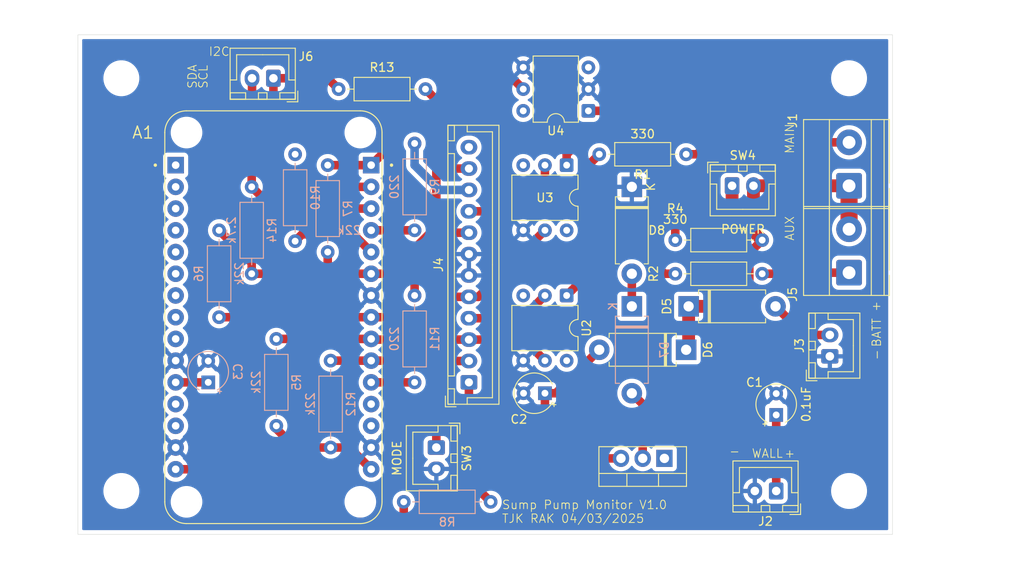
<source format=kicad_pcb>
(kicad_pcb (version 20241229) (generator "pcbnew") (generator_version "9.0")
  (layers (0 "F.Cu" signal) (2 "B.Cu" signal) (13 "F.Paste" user) (15 "B.Paste" user) (5 "F.SilkS" user "F.Silkscreen") (7 "B.SilkS" user "B.Silkscreen") (1 "F.Mask" user) (3 "B.Mask" user) (25 "Edge.Cuts" user))
  (net 0 "")
  (net 14 "Power_Failure")
  (net 15 "Vin")
  (net 16 "Net-(A1B-D8)")
  (net 17 "Net-(A1B-D1)")
  (net 18 "+3.3V")
  (net 19 "Mode")
  (net 20 "GND")
  (net 21 "Net-(A1B-D2)")
  (net 22 "Aux_Input")
  (net 23 "Main_Input")
  (net 24 "LED_6V")
  (net 31 "Net-(R4-Pad2)")
  (net 32 "Net-(D6-A)")
  (net 33 "Net-(D5-A)")
  (net 34 "Net-(D7-A)")
  (net 35 "Net-(D7-K)")
  (net 36 "Net-(J1-Pin_2)")
  (net 37 "Net-(J5-Pin_1)")
  (net 38 "Net-(D5-K)")
  (net 39 "Net-(A1B-D4)")
  (net 40 "LED_GREEN")
  (net 41 "LED_YELLOW")
  (net 42 "LED_BLUE")
  (net 43 "Net-(J2-Pin_1)")
  (net 44 "LED_AUX")
  (net 45 "Net-(R1-Pad2)")
  (net 46 "Net-(R2-Pad2)")
  (net 47 "LED_MAIN")
  (net 48 "Net-(A1B-D3)")
  (footprint "TerminalBlock_Phoenix:TerminalBlock_Phoenix_MKDS-1,5-2-5.08_1x02_P5.08mm_Horizontal" (layer "F.Cu") (at 208.28 48.13411 90)
    (property "Reference" "J5" (at -2.54 -6.604 90) (layer "F.SilkS"))
    (property "Value" "Aux Input")
    (pad "1" thru_hole roundrect (at 0 0 90) (size 3 3) (drill 1.5) (layers "*.Cu" "*.Mask") (roundrect_rratio 0.096154) (net 37 "Net-(J5-Pin_1)"))
    (pad "2" thru_hole circle (at 5.08 0 90) (size 3 3) (drill 1.5) (layers "*.Cu" "*.Mask") (net 15 "Vin"))
  )
  (footprint "Package_DIP:DIP-6_W7.62mm" (layer "F.Cu") (at 175.26 50.8 -90)
    (property "Reference" "U2" (at 3.81 -2.33 90) (layer "F.SilkS"))
    (property "Value" "4N25")
    (pad "1" thru_hole roundrect (at 0 0 270) (size 1.6 1.6) (drill 0.8) (layers "*.Cu" "*.Mask") (roundrect_rratio 0.15625) (net 45 "Net-(R1-Pad2)"))
    (pad "2" thru_hole circle (at 0 2.54 270) (size 1.6 1.6) (drill 0.8) (layers "*.Cu" "*.Mask") (net 47 "LED_MAIN"))
    (pad "3" thru_hole circle (at 0 5.08 270) (size 1.6 1.6) (drill 0.8) (layers "*.Cu" "*.Mask"))
    (pad "4" thru_hole circle (at 7.62 5.08 270) (size 1.6 1.6) (drill 0.8) (layers "*.Cu" "*.Mask") (net 20 "GND"))
    (pad "5" thru_hole circle (at 7.62 2.54 270) (size 1.6 1.6) (drill 0.8) (layers "*.Cu" "*.Mask") (net 23 "Main_Input"))
    (pad "6" thru_hole circle (at 7.62 0 270) (size 1.6 1.6) (drill 0.8) (layers "*.Cu" "*.Mask"))
  )
  (footprint "Capacitor_THT:CP_Radial_Tantal_D4.5mm_P2.50mm" (layer "F.Cu") (at 172.72 62.23 180)
    (property "Reference" "C2" (at 3.048 -3.048 0) (layer "F.SilkS"))
    (property "Value" "1uF")
    (pad "1" thru_hole rect (at 0 0 180) (size 1.6 1.6) (drill 0.8) (layers "*.Cu" "*.Mask") (net 32 "Net-(D6-A)"))
    (pad "2" thru_hole circle (at 2.5 0 180) (size 1.6 1.6) (drill 0.8) (layers "*.Cu" "*.Mask") (net 20 "GND"))
  )
  (footprint "Connector_JST:JST_XH_B2B-XH-A_1x02_P2.50mm_Vertical" (layer "F.Cu") (at 199.761566 73.66 180)
    (property "Reference" "J2" (at 1.25 -3.55 0) (layer "F.SilkS"))
    (property "Value" "Wall Power")
    (pad "1" thru_hole roundrect (at 0 0 180) (size 1.7 2) (drill 1) (layers "*.Cu" "*.Mask") (roundrect_rratio 0.147059) (net 43 "Net-(J2-Pin_1)"))
    (pad "2" thru_hole oval (at 2.5 0 180) (size 1.7 2) (drill 1) (layers "*.Cu" "*.Mask") (net 20 "GND"))
  )
  (footprint "MountingHole:MountingHole_3.7mm" (layer "F.Cu") (at 208.28 73.66)
    (property "Reference" "H2" (hide yes))
    (property "Value" "MountingHole")
    (pad "" np_thru_hole circle (at 0 0) (size 3.7 3.7) (drill 3.7) (layers "*.Cu" "*.Mask"))
  )
  (footprint "Resistor_THT:R_Axial_DIN0207_L6.3mm_D2.5mm_P10.16mm_Horizontal" (layer "F.Cu") (at 198.12 48.26 180)
    (property "Reference" "R2" (at 12.7 0 90) (layer "F.SilkS"))
    (property "Value" "330" (at 10.16 6.35 180) (layer "F.SilkS"))
    (pad "1" thru_hole circle (at 0 0 180) (size 1.6 1.6) (drill 0.8) (layers "*.Cu" "*.Mask") (net 37 "Net-(J5-Pin_1)"))
    (pad "2" thru_hole oval (at 10.16 0 180) (size 1.6 1.6) (drill 0.8) (layers "*.Cu" "*.Mask") (net 46 "Net-(R2-Pad2)"))
  )
  (footprint "TerminalBlock_Phoenix:TerminalBlock_Phoenix_MKDS-1,5-2-5.08_1x02_P5.08mm_Horizontal" (layer "F.Cu") (at 208.28 37.97411 90)
    (property "Reference" "J1" (at 7.62 -6.604 90) (layer "F.SilkS"))
    (property "Value" "Main Input")
    (pad "1" thru_hole roundrect (at 0 0 90) (size 3 3) (drill 1.5) (layers "*.Cu" "*.Mask") (roundrect_rratio 0.096154) (net 15 "Vin"))
    (pad "2" thru_hole circle (at 5.08 0 90) (size 3 3) (drill 1.5) (layers "*.Cu" "*.Mask") (net 36 "Net-(J1-Pin_2)"))
  )
  (footprint "Package_DIP:DIP-6_W7.62mm" (layer "F.Cu") (at 177.8 29.21 180)
    (property "Reference" "U4" (at 3.81 -2.33 0) (layer "F.SilkS"))
    (property "Value" "4N25")
    (pad "1" thru_hole roundrect (at 0 0 180) (size 1.6 1.6) (drill 0.8) (layers "*.Cu" "*.Mask") (roundrect_rratio 0.15625) (net 31 "Net-(R4-Pad2)"))
    (pad "2" thru_hole circle (at 0 2.54 180) (size 1.6 1.6) (drill 0.8) (layers "*.Cu" "*.Mask") (net 20 "GND"))
    (pad "3" thru_hole circle (at 0 5.08 180) (size 1.6 1.6) (drill 0.8) (layers "*.Cu" "*.Mask"))
    (pad "4" thru_hole circle (at 7.62 5.08 180) (size 1.6 1.6) (drill 0.8) (layers "*.Cu" "*.Mask") (net 20 "GND"))
    (pad "5" thru_hole circle (at 7.62 2.54 180) (size 1.6 1.6) (drill 0.8) (layers "*.Cu" "*.Mask") (net 14 "Power_Failure"))
    (pad "6" thru_hole circle (at 7.62 0 180) (size 1.6 1.6) (drill 0.8) (layers "*.Cu" "*.Mask"))
  )
  (footprint "MountingHole:MountingHole_3.7mm" (layer "F.Cu") (at 208.28 25.4)
    (property "Reference" "H1" (hide yes))
    (property "Value" "MountingHole")
    (pad "" np_thru_hole circle (at 0 0) (size 3.7 3.7) (drill 3.7) (layers "*.Cu" "*.Mask"))
  )
  (footprint "MountingHole:MountingHole_3.7mm" (layer "F.Cu") (at 123.19 25.4)
    (property "Reference" "H3" (hide yes))
    (property "Value" "MountingHole")
    (pad "" np_thru_hole circle (at 0 0) (size 3.7 3.7) (drill 3.7) (layers "*.Cu" "*.Mask"))
  )
  (footprint "Connector_JST:JST_XH_B2B-XH-A_1x02_P2.50mm_Vertical" (layer "F.Cu") (at 206.031821 57.915519 90)
    (property "Reference" "J3" (at 1.25 -3.55 90) (layer "F.SilkS"))
    (property "Value" "Battery")
    (pad "1" thru_hole roundrect (at 0 0 90) (size 1.7 2) (drill 1) (layers "*.Cu" "*.Mask") (roundrect_rratio 0.147059) (net 20 "GND"))
    (pad "2" thru_hole oval (at 2.5 0 90) (size 1.7 2) (drill 1) (layers "*.Cu" "*.Mask") (net 33 "Net-(D5-A)"))
  )
  (footprint "Diode_THT:D_DO-15_P10.16mm_Horizontal" (layer "F.Cu") (at 182.88 38.1 -90)
    (property "Reference" "D8" (at 5.08 -2.92 0) (layer "F.SilkS"))
    (property "Value" "D" (hide yes))
    (fp_text user "K" (at 0 -2.2 90) (layer "F.SilkS"))
    (pad "1" thru_hole rect (at 0 0 270) (size 2.4 2.4) (drill 1.2) (layers "*.Cu" "*.Mask") (net 20 "GND"))
    (pad "2" thru_hole oval (at 10.16 0 270) (size 2.4 2.4) (drill 1.2) (layers "*.Cu" "*.Mask") (net 35 "Net-(D7-K)"))
  )
  (footprint "Capacitor_THT:CP_Radial_Tantal_D4.5mm_P2.50mm" (layer "F.Cu") (at 199.761566 64.77 90)
    (property "Reference" "C1" (at 3.81 -2.54 0) (layer "F.SilkS"))
    (property "Value" "0.1uF" (at 1.25 3.5 90) (layer "F.SilkS"))
    (pad "1" thru_hole rect (at 0 0 90) (size 1.6 1.6) (drill 0.8) (layers "*.Cu" "*.Mask") (net 43 "Net-(J2-Pin_1)"))
    (pad "2" thru_hole circle (at 2.5 0 90) (size 1.6 1.6) (drill 0.8) (layers "*.Cu" "*.Mask") (net 20 "GND"))
  )
  (footprint "Connector_JST:JST_XH_B2B-XH-A_1x02_P2.50mm_Vertical" (layer "F.Cu") (at 160.02 68.58 -90)
    (property "Reference" "SW3" (at 1.25 -3.55 90) (layer "F.SilkS"))
    (property "Value" "MODE" (at 1.25 4.6 90) (layer "F.SilkS"))
    (pad "1" thru_hole roundrect (at 0 0 270) (size 1.7 2) (drill 1) (layers "*.Cu" "*.Mask") (roundrect_rratio 0.147059) (net 19 "Mode"))
    (pad "2" thru_hole oval (at 2.5 0 270) (size 1.7 2) (drill 1) (layers "*.Cu" "*.Mask") (net 20 "GND"))
  )
  (footprint "Resistor_THT:R_Axial_DIN0207_L6.3mm_D2.5mm_P10.16mm_Horizontal" (layer "F.Cu") (at 198.12 44.32411 180)
    (property "Reference" "R4" (at 10.16 3.68411 0) (layer "F.SilkS"))
    (property "Value" "330")
    (pad "1" thru_hole circle (at 0 0 180) (size 1.6 1.6) (drill 0.8) (layers "*.Cu" "*.Mask") (net 15 "Vin"))
    (pad "2" thru_hole oval (at 10.16 0 180) (size 1.6 1.6) (drill 0.8) (layers "*.Cu" "*.Mask") (net 31 "Net-(R4-Pad2)"))
  )
  (footprint "Connector_JST:JST_XH_B2B-XH-A_1x02_P2.50mm_Vertical" (layer "F.Cu") (at 194.601821 37.97411)
    (property "Reference" "SW4" (at 1.25 -3.55 0) (layer "F.SilkS"))
    (property "Value" "POWER" (at 1.27 5.08 0) (layer "F.SilkS"))
    (pad "1" thru_hole roundrect (at 0 0) (size 1.7 2) (drill 1) (layers "*.Cu" "*.Mask") (roundrect_rratio 0.147059) (net 38 "Net-(D5-K)"))
    (pad "2" thru_hole oval (at 2.5 0) (size 1.7 2) (drill 1) (layers "*.Cu" "*.Mask") (net 15 "Vin"))
  )
  (footprint "Package_TO_SOT_THT:TO-220-3_Vertical" (layer "F.Cu") (at 186.69 69.85 180)
    (property "Reference" "U1" (hide yes))
    (property "Value" "L7805")
    (pad "1" thru_hole rect (at 0 0 180) (size 1.905 2) (drill 1.1) (layers "*.Cu" "*.Mask") (net 43 "Net-(J2-Pin_1)"))
    (pad "2" thru_hole oval (at 2.54 0 180) (size 1.905 2) (drill 1.1) (layers "*.Cu" "*.Mask") (net 34 "Net-(D7-A)"))
    (pad "3" thru_hole oval (at 5.08 0 180) (size 1.905 2) (drill 1.1) (layers "*.Cu" "*.Mask") (net 32 "Net-(D6-A)"))
  )
  (footprint "Resistor_THT:R_Axial_DIN0207_L6.3mm_D2.5mm_P10.16mm_Horizontal" (layer "F.Cu") (at 158.75 26.67 180)
    (property "Reference" "R13" (at 5.08 2.54 0) (layer "F.SilkS"))
    (property "Value" "2.7k")
    (pad "1" thru_hole circle (at 0 0 180) (size 1.6 1.6) (drill 0.8) (layers "*.Cu" "*.Mask") (net 18 "+3.3V"))
    (pad "2" thru_hole oval (at 10.16 0 180) (size 1.6 1.6) (drill 0.8) (layers "*.Cu" "*.Mask") (net 17 "Net-(A1B-D1)"))
  )
  (footprint "NodeMcu:SEEED_113990105" (layer "F.Cu") (at 140.97 53.34)
    (property "Reference" "A1" (at -15.24 -21.59 0) (layer "F.SilkS") (effects (font (size 1.4 1.4))))
    (property "Value" "113990105")
    (pad "" np_thru_hole circle (at -10.16 -21.59) (size 3.2 3.2) (drill 3.2) (layers "*.Cu" "*.Mask"))
    (pad "" np_thru_hole circle (at -10.16 21.59) (size 3.2 3.2) (drill 3.2) (layers "*.Cu" "*.Mask"))
    (pad "" np_thru_hole circle (at 10.16 -21.59) (size 3.2 3.2) (drill 3.2) (layers "*.Cu" "*.Mask"))
    (pad "" np_thru_hole circle (at 10.16 21.59) (size 3.2 3.2) (drill 3.2) (layers "*.Cu" "*.Mask"))
    (pad "J1_1" thru_hole rect (at -11.43 -17.78) (size 1.93 1.93) (drill 0.889) (layers "*.Cu" "*.Mask"))
    (pad "J1_2" thru_hole circle (at -11.43 -15.24) (size 1.93 1.93) (drill 0.889) (layers "*.Cu" "*.Mask"))
    (pad "J1_3" thru_hole circle (at -11.43 -12.7) (size 1.93 1.93) (drill 0.889) (layers "*.Cu" "*.Mask"))
    (pad "J1_4" thru_hole circle (at -11.43 -10.16) (size 1.93 1.93) (drill 0.889) (layers "*.Cu" "*.Mask"))
    (pad "J1_5" thru_hole circle (at -11.43 -7.62) (size 1.93 1.93) (drill 0.889) (layers "*.Cu" "*.Mask"))
    (pad "J1_6" thru_hole circle (at -11.43 -5.08) (size 1.93 1.93) (drill 0.889) (layers "*.Cu" "*.Mask"))
    (pad "J1_7" thru_hole circle (at -11.43 -2.54) (size 1.93 1.93) (drill 0.889) (layers "*.Cu" "*.Mask"))
    (pad "J1_8" thru_hole circle (at -11.43 0) (size 1.93 1.93) (drill 0.889) (layers "*.Cu" "*.Mask"))
    (pad "J1_9" thru_hole circle (at -11.43 2.54) (size 1.93 1.93) (drill 0.889) (layers "*.Cu" "*.Mask"))
    (pad "J1_10" thru_hole circle (at -11.43 5.08) (size 1.93 1.93) (drill 0.889) (layers "*.Cu" "*.Mask") (net 20 "GND"))
    (pad "J1_11" thru_hole circle (at -11.43 7.62) (size 1.93 1.93) (drill 0.889) (layers "*.Cu" "*.Mask") (net 18 "+3.3V"))
    (pad "J1_12" thru_hole circle (at -11.43 10.16) (size 1.93 1.93) (drill 0.889) (layers "*.Cu" "*.Mask"))
    (pad "J1_13" thru_hole circle (at -11.43 12.7) (size 1.93 1.93) (drill 0.889) (layers "*.Cu" "*.Mask"))
    (pad "J1_14" thru_hole circle (at -11.43 15.24) (size 1.93 1.93) (drill 0.889) (layers "*.Cu" "*.Mask") (net 20 "GND"))
    (pad "J1_15" thru_hole circle (at -11.43 17.78) (size 1.93 1.93) (drill 0.889) (layers "*.Cu" "*.Mask") (net 15 "Vin"))
    (pad "J2_1" thru_hole rect (at 11.43 -17.78) (size 1.93 1.93) (drill 0.889) (layers "*.Cu" "*.Mask") (net 14 "Power_Failure"))
    (pad "J2_2" thru_hole circle (at 11.43 -15.24) (size 1.93 1.93) (drill 0.889) (layers "*.Cu" "*.Mask") (net 17 "Net-(A1B-D1)"))
    (pad "J2_3" thru_hole circle (at 11.43 -12.7) (size 1.93 1.93) (drill 0.889) (layers "*.Cu" "*.Mask") (net 21 "Net-(A1B-D2)"))
    (pad "J2_4" thru_hole circle (at 11.43 -10.16) (size 1.93 1.93) (drill 0.889) (layers "*.Cu" "*.Mask") (net 48 "Net-(A1B-D3)"))
    (pad "J2_5" thru_hole circle (at 11.43 -7.62) (size 1.93 1.93) (drill 0.889) (layers "*.Cu" "*.Mask") (net 39 "Net-(A1B-D4)"))
    (pad "J2_6" thru_hole circle (at 11.43 -5.08) (size 1.93 1.93) (drill 0.889) (layers "*.Cu" "*.Mask") (net 18 "+3.3V"))
    (pad "J2_7" thru_hole circle (at 11.43 -2.54) (size 1.93 1.93) (drill 0.889) (layers "*.Cu" "*.Mask") (net 20 "GND"))
    (pad "J2_8" thru_hole circle (at 11.43 0) (size 1.93 1.93) (drill 0.889) (layers "*.Cu" "*.Mask") (net 22 "Aux_Input"))
    (pad "J2_9" thru_hole circle (at 11.43 2.54) (size 1.93 1.93) (drill 0.889) (layers "*.Cu" "*.Mask") (net 23 "Main_Input"))
    (pad "J2_10" thru_hole circle (at 11.43 5.08) (size 1.93 1.93) (drill 0.889) (layers "*.Cu" "*.Mask") (net 19 "Mode"))
    (pad "J2_11" thru_hole circle (at 11.43 7.62) (size 1.93 1.93) (drill 0.889) (layers "*.Cu" "*.Mask") (net 16 "Net-(A1B-D8)"))
    (pad "J2_12" thru_hole circle (at 11.43 10.16) (size 1.93 1.93) (drill 0.889) (layers "*.Cu" "*.Mask"))
    (pad "J2_13" thru_hole circle (at 11.43 12.7) (size 1.93 1.93) (drill 0.889) (layers "*.Cu" "*.Mask"))
    (pad "J2_14" thru_hole circle (at 11.43 15.24) (size 1.93 1.93) (drill 0.889) (layers "*.Cu" "*.Mask") (net 20 "GND"))
    (pad "J2_15" thru_hole circle (at 11.43 17.78) (size 1.93 1.93) (drill 0.889) (layers "*.Cu" "*.Mask") (net 18 "+3.3V"))
  )
  (footprint "Connector_JST:JST_XH_B12B-XH-A_1x12_P2.50mm_Vertical" (layer "F.Cu") (at 163.83 60.96 90)
    (property "Reference" "J4" (at 13.75 -3.55 90) (layer "F.SilkS"))
    (property "Value" "Display_Conn")
    (pad "1" thru_hole roundrect (at 0 0 90) (size 1.7 1.95) (drill 0.95) (layers "*.Cu" "*.Mask") (roundrect_rratio 0.147059) (net 24 "LED_6V"))
    (pad "2" thru_hole oval (at 2.5 0 90) (size 1.7 1.95) (drill 0.95) (layers "*.Cu" "*.Mask") (net 19 "Mode"))
    (pad "3" thru_hole oval (at 5 0 90) (size 1.7 1.95) (drill 0.95) (layers "*.Cu" "*.Mask") (net 23 "Main_Input"))
    (pad "4" thru_hole oval (at 7.5 0 90) (size 1.7 1.95) (drill 0.95) (layers "*.Cu" "*.Mask") (net 47 "LED_MAIN"))
    (pad "5" thru_hole oval (at 10 0 90) (size 1.7 1.95) (drill 0.95) (layers "*.Cu" "*.Mask") (net 22 "Aux_Input"))
    (pad "6" thru_hole oval (at 12.5 0 90) (size 1.7 1.95) (drill 0.95) (layers "*.Cu" "*.Mask") (net 20 "GND"))
    (pad "7" thru_hole oval (at 15 0 90) (size 1.7 1.95) (drill 0.95) (layers "*.Cu" "*.Mask") (net 20 "GND"))
    (pad "8" thru_hole oval (at 17.5 0 90) (size 1.7 1.95) (drill 0.95) (layers "*.Cu" "*.Mask") (net 42 "LED_BLUE"))
    (pad "9" thru_hole oval (at 20 0 90) (size 1.7 1.95) (drill 0.95) (layers "*.Cu" "*.Mask") (net 44 "LED_AUX"))
    (pad "10" thru_hole oval (at 22.5 0 90) (size 1.7 1.95) (drill 0.95) (layers "*.Cu" "*.Mask") (net 40 "LED_GREEN"))
    (pad "11" thru_hole oval (at 25 0 90) (size 1.7 1.95) (drill 0.95) (layers "*.Cu" "*.Mask") (net 18 "+3.3V"))
    (pad "12" thru_hole oval (at 27.5 0 90) (size 1.7 1.95) (drill 0.95) (layers "*.Cu" "*.Mask") (net 41 "LED_YELLOW"))
  )
  (footprint "Package_DIP:DIP-6_W7.62mm" (layer "F.Cu") (at 175.26 35.56 -90)
    (property "Reference" "U3" (hide yes))
    (property "Value" "4N25")
    (fp_text user "${REFERENCE}" (at 3.81 2.54 0) (layer "F.SilkS"))
    (pad "1" thru_hole roundrect (at 0 0 270) (size 1.6 1.6) (drill 0.8) (layers "*.Cu" "*.Mask") (roundrect_rratio 0.15625) (net 46 "Net-(R2-Pad2)"))
    (pad "2" thru_hole circle (at 0 2.54 270) (size 1.6 1.6) (drill 0.8) (layers "*.Cu" "*.Mask") (net 44 "LED_AUX"))
    (pad "3" thru_hole circle (at 0 5.08 270) (size 1.6 1.6) (drill 0.8) (layers "*.Cu" "*.Mask"))
    (pad "4" thru_hole circle (at 7.62 5.08 270) (size 1.6 1.6) (drill 0.8) (layers "*.Cu" "*.Mask") (net 20 "GND"))
    (pad "5" thru_hole circle (at 7.62 2.54 270) (size 1.6 1.6) (drill 0.8) (layers "*.Cu" "*.Mask") (net 22 "Aux_Input"))
    (pad "6" thru_hole circle (at 7.62 0 270) (size 1.6 1.6) (drill 0.8) (layers "*.Cu" "*.Mask"))
  )
  (footprint "Connector_JST:JST_XH_B2B-XH-A_1x02_P2.50mm_Vertical" (layer "F.Cu") (at 140.97 25.4 180)
    (property "Reference" "J6" (at -3.81 2.54 0) (layer "F.SilkS"))
    (property "Value" "I2C")
    (pad "1" thru_hole roundrect (at 0 0 180) (size 1.7 2) (drill 1) (layers "*.Cu" "*.Mask") (roundrect_rratio 0.147059) (net 17 "Net-(A1B-D1)"))
    (pad "2" thru_hole oval (at 2.5 0 180) (size 1.7 2) (drill 1) (layers "*.Cu" "*.Mask") (net 21 "Net-(A1B-D2)"))
  )
  (footprint "Resistor_THT:R_Axial_DIN0207_L6.3mm_D2.5mm_P10.16mm_Horizontal" (layer "F.Cu") (at 189.23 34.29 180)
    (property "Reference" "R1" (at 5.08 -2.37 0) (layer "F.SilkS"))
    (property "Value" "330" (at 5.08 2.37 0) (layer "F.SilkS"))
    (pad "1" thru_hole circle (at 0 0 180) (size 1.6 1.6) (drill 0.8) (layers "*.Cu" "*.Mask") (net 36 "Net-(J1-Pin_2)"))
    (pad "2" thru_hole oval (at 10.16 0 180) (size 1.6 1.6) (drill 0.8) (layers "*.Cu" "*.Mask") (net 45 "Net-(R1-Pad2)"))
  )
  (footprint "Diode_THT:D_DO-15_P10.16mm_Horizontal" (layer "F.Cu") (at 189.23 57.15 180)
    (property "Reference" "D6" (at -2.54 0 90) (layer "F.SilkS"))
    (property "Value" "D_Schottky")
    (pad "1" thru_hole rect (at 0 0 180) (size 2.4 2.4) (drill 1.2) (layers "*.Cu" "*.Mask") (net 38 "Net-(D5-K)"))
    (pad "2" thru_hole oval (at 10.16 0 180) (size 2.4 2.4) (drill 1.2) (layers "*.Cu" "*.Mask") (net 32 "Net-(D6-A)"))
  )
  (footprint "MountingHole:MountingHole_3.7mm" (layer "F.Cu") (at 123.19 73.66)
    (property "Reference" "H4" (hide yes))
    (property "Value" "MountingHole")
    (pad "" np_thru_hole circle (at 0 0) (size 3.7 3.7) (drill 3.7) (layers "*.Cu" "*.Mask"))
  )
  (footprint "Diode_THT:D_DO-15_P10.16mm_Horizontal" (layer "F.Cu") (at 189.521821 52.07)
    (property "Reference" "D5" (at -2.54 0 90) (layer "F.SilkS"))
    (property "Value" "D_Schottky")
    (pad "1" thru_hole rect (at 0 0) (size 2.4 2.4) (drill 1.2) (layers "*.Cu" "*.Mask") (net 38 "Net-(D5-K)"))
    (pad "2" thru_hole oval (at 10.16 0) (size 2.4 2.4) (drill 1.2) (layers "*.Cu" "*.Mask") (net 33 "Net-(D5-A)"))
  )
  (footprint "Resistor_THT:R_Axial_DIN0207_L6.3mm_D2.5mm_P10.16mm_Horizontal" (layer "B.Cu") (at 147.32 45.72 90)
    (property "Reference" "R7" (at 5.08 2.37 90) (layer "B.SilkS") (effects (justify mirror)))
    (property "Value" "22k" (at 2.54 2.54 0) (layer "B.SilkS") (effects (justify mirror)))
    (pad "1" thru_hole circle (at 0 0 90) (size 1.6 1.6) (drill 0.8) (layers "*.Cu" "*.Mask") (net 18 "+3.3V"))
    (pad "2" thru_hole oval (at 10.16 0 90) (size 1.6 1.6) (drill 0.8) (layers "*.Cu" "*.Mask") (net 14 "Power_Failure"))
  )
  (footprint "Resistor_THT:R_Axial_DIN0207_L6.3mm_D2.5mm_P10.16mm_Horizontal" (layer "B.Cu") (at 138.43 48.26 90)
    (property "Reference" "R14" (at 5.08 2.37 90) (layer "B.SilkS") (effects (justify mirror)))
    (property "Value" "2.7k" (at 5.08 -2.37 90) (layer "B.SilkS") (effects (justify mirror)))
    (pad "1" thru_hole circle (at 0 0 90) (size 1.6 1.6) (drill 0.8) (layers "*.Cu" "*.Mask") (net 18 "+3.3V"))
    (pad "2" thru_hole oval (at 10.16 0 90) (size 1.6 1.6) (drill 0.8) (layers "*.Cu" "*.Mask") (net 21 "Net-(A1B-D2)"))
  )
  (footprint "Resistor_THT:R_Axial_DIN0207_L6.3mm_D2.5mm_P10.16mm_Horizontal" (layer "B.Cu") (at 134.62 43.18 -90)
    (property "Reference" "R6" (at 5.08 2.37 90) (layer "B.SilkS") (effects (justify mirror)))
    (property "Value" "22k" (at 5.08 -2.37 90) (layer "B.SilkS") (effects (justify mirror)))
    (pad "1" thru_hole circle (at 0 0 270) (size 1.6 1.6) (drill 0.8) (layers "*.Cu" "*.Mask") (net 18 "+3.3V"))
    (pad "2" thru_hole oval (at 10.16 0 270) (size 1.6 1.6) (drill 0.8) (layers "*.Cu" "*.Mask") (net 22 "Aux_Input"))
  )
  (footprint "Capacitor_THT:CP_Radial_Tantal_D4.5mm_P2.50mm" (layer "B.Cu") (at 133.35 60.96 90)
    (property "Reference" "C3" (at 1.25 3.5 90) (layer "B.SilkS") (effects (justify mirror)))
    (property "Value" "0.1uF")
    (pad "1" thru_hole rect (at 0 0 90) (size 1.6 1.6) (drill 0.8) (layers "*.Cu" "*.Mask") (net 18 "+3.3V"))
    (pad "2" thru_hole circle (at 2.5 0 90) (size 1.6 1.6) (drill 0.8) (layers "*.Cu" "*.Mask") (net 20 "GND"))
  )
  (footprint "Resistor_THT:R_Axial_DIN0207_L6.3mm_D2.5mm_P10.16mm_Horizontal" (layer "B.Cu") (at 143.51 44.45 90)
    (property "Reference" "R10" (at 5.08 2.37 90) (layer "B.SilkS") (effects (justify mirror)))
    (property "Value" "220")
    (pad "1" thru_hole circle (at 0 0 90) (size 1.6 1.6) (drill 0.8) (layers "*.Cu" "*.Mask") (net 39 "Net-(A1B-D4)"))
    (pad "2" thru_hole oval (at 10.16 0 90) (size 1.6 1.6) (drill 0.8) (layers "*.Cu" "*.Mask") (net 41 "LED_YELLOW"))
  )
  (footprint "Resistor_THT:R_Axial_DIN0207_L6.3mm_D2.5mm_P10.16mm_Horizontal" (layer "B.Cu") (at 157.48 60.96 90)
    (property "Reference" "R11" (at 5.08 2.37 90) (layer "B.SilkS") (effects (justify mirror)))
    (property "Value" "220" (at 5.08 -2.37 90) (layer "B.SilkS") (effects (justify mirror)))
    (pad "1" thru_hole circle (at 0 0 90) (size 1.6 1.6) (drill 0.8) (layers "*.Cu" "*.Mask") (net 16 "Net-(A1B-D8)"))
    (pad "2" thru_hole oval (at 10.16 0 90) (size 1.6 1.6) (drill 0.8) (layers "*.Cu" "*.Mask") (net 42 "LED_BLUE"))
  )
  (footprint "Diode_THT:D_DO-15_P10.16mm_Horizontal" (layer "B.Cu") (at 182.88 52.07 -90)
    (property "Reference" "D7" (at 5.08 -3.81 90) (layer "B.SilkS") (effects (justify mirror)))
    (property "Value" "D" (hide yes))
    (fp_text user "K" (at 0 2.2 90) (layer "B.SilkS") (effects (justify mirror)))
    (pad "1" thru_hole rect (at 0 0 270) (size 2.4 2.4) (drill 1.2) (layers "*.Cu" "*.Mask") (net 35 "Net-(D7-K)"))
    (pad "2" thru_hole oval (at 10.16 0 270) (size 2.4 2.4) (drill 1.2) (layers "*.Cu" "*.Mask") (net 34 "Net-(D7-A)"))
  )
  (footprint "Resistor_THT:R_Axial_DIN0207_L6.3mm_D2.5mm_P10.16mm_Horizontal" (layer "B.Cu") (at 157.48 43.18 90)
    (property "Reference" "R9" (at 5.08 2.37 90) (layer "B.SilkS") (effects (justify mirror)))
    (property "Value" "220" (at 5.08 -2.37 90) (layer "B.SilkS") (effects (justify mirror)))
    (pad "1" thru_hole circle (at 0 0 90) (size 1.6 1.6) (drill 0.8) (layers "*.Cu" "*.Mask") (net 48 "Net-(A1B-D3)"))
    (pad "2" thru_hole oval (at 10.16 0 90) (size 1.6 1.6) (drill 0.8) (layers "*.Cu" "*.Mask") (net 40 "LED_GREEN"))
  )
  (footprint "Resistor_THT:R_Axial_DIN0207_L6.3mm_D2.5mm_P10.16mm_Horizontal" (layer "B.Cu") (at 141.308826 66.04 90)
    (property "Reference" "R5" (at 5.08 2.37 90) (layer "B.SilkS") (effects (justify mirror)))
    (property "Value" "22k" (at 5.08 -2.37 90) (layer "B.SilkS") (effects (justify mirror)))
    (pad "1" thru_hole circle (at 0 0 90) (size 1.6 1.6) (drill 0.8) (layers "*.Cu" "*.Mask") (net 18 "+3.3V"))
    (pad "2" thru_hole oval (at 10.16 0 90) (size 1.6 1.6) (drill 0.8) (layers "*.Cu" "*.Mask") (net 23 "Main_Input"))
  )
  (footprint "Resistor_THT:R_Axial_DIN0207_L6.3mm_D2.5mm_P10.16mm_Horizontal" (layer "B.Cu") (at 156.21 74.93)
    (property "Reference" "R8" (at 5.08 2.37 0) (layer "B.SilkS") (effects (justify mirror)))
    (property "Value" "470")
    (pad "1" thru_hole circle (at 0 0) (size 1.6 1.6) (drill 0.8) (layers "*.Cu" "*.Mask") (net 15 "Vin"))
    (pad "2" thru_hole oval (at 10.16 0) (size 1.6 1.6) (drill 0.8) (layers "*.Cu" "*.Mask") (net 24 "LED_6V"))
  )
  (footprint "Resistor_THT:R_Axial_DIN0207_L6.3mm_D2.5mm_P10.16mm_Horizontal" (layer "B.Cu") (at 147.658826 68.58 90)
    (property "Reference" "R12" (at 5.08 2.37 90) (layer "B.SilkS") (effects (justify mirror)))
    (property "Value" "22k" (at 5.08 -2.37 90) (layer "B.SilkS") (effects (justify mirror)))
    (pad "1" thru_hole circle (at 0 0 90) (size 1.6 1.6) (drill 0.8) (layers "*.Cu" "*.Mask") (net 18 "+3.3V"))
    (pad "2" thru_hole oval (at 10.16 0 90) (size 1.6 1.6) (drill 0.8) (layers "*.Cu" "*.Mask") (net 19 "Mode"))
  )
  (gr_rect (start 118.11 20.32) (end 213.36 78.74) (stroke (width 0.05)) (fill no) (layer "Edge.Cuts"))
  (gr_text "WALL" (at 196.85 69.85 0) (layer "F.SilkS") (effects (font (size 1 1) (thickness 0.1)) (justify left bottom)))
  (gr_text "MAIN" (at 201.93 34.29 90) (layer "F.SilkS") (effects (font (size 1 1) (thickness 0.1)) (justify left bottom)))
  (gr_text "+" (at 210.82 52.578 0) (layer "F.SilkS") (effects (font (size 1 1) (thickness 0.1)) (justify left bottom)))
  (gr_text "-\n" (at 212.09 58.42 90) (layer "F.SilkS") (effects (font (size 1 1) (thickness 0.1)) (justify left bottom)))
  (gr_text "Sump Pump Monitor V1.0\nTJK RAK 04/03/2025" (at 167.64 77.47 0) (layer "F.SilkS") (effects (font (size 1 1) (thickness 0.1)) (justify left bottom)))
  (gr_text "-\n" (at 195.58 68.58 180) (layer "F.SilkS") (effects (font (size 1 1) (thickness 0.1)) (justify left bottom)))
  (gr_text "BATT" (at 212.09 56.896 90) (layer "F.SilkS") (effects (font (size 1 1) (thickness 0.1)) (justify left bottom)))
  (gr_text "SDA" (at 132.08 26.67 90) (layer "F.SilkS") (effects (font (size 1 1) (thickness 0.1)) (justify left bottom)))
  (gr_text "SCL" (at 133.35 26.67 90) (layer "F.SilkS") (effects (font (size 1 1) (thickness 0.1)) (justify left bottom)))
  (gr_text "I2C" (at 133.35 22.86 0) (layer "F.SilkS") (effects (font (size 1 1) (thickness 0.1)) (justify left bottom)))
  (gr_text "AUX" (at 201.93 44.45 90) (layer "F.SilkS") (effects (font (size 1 1) (thickness 0.1)) (justify left bottom)))
  (gr_text "+\n" (at 200.66 69.85 0) (layer "F.SilkS") (effects (font (size 1 1) (thickness 0.1)) (justify left bottom)))
  (segment (start 152.4 35.56) (end 154.94 33.02) (width 1) (layer "F.Cu") (net 14))
  (segment (start 154.94 27.087265) (end 158.128265 23.899) (width 1) (layer "F.Cu") (net 14))
  (segment (start 158.128265 23.899) (end 167.409 23.899) (width 1) (layer "F.Cu") (net 14))
  (segment (start 154.94 33.02) (end 154.94 27.087265) (width 1) (layer "F.Cu") (net 14))
  (segment (start 167.409 23.899) (end 170.18 26.67) (width 1) (layer "F.Cu") (net 14))
  (segment (start 152.4 35.56) (end 147.32 35.56) (width 1) (layer "F.Cu") (net 14))
  (segment (start 197.101821 37.97411) (end 197.101821 43.305931) (width 1.5) (layer "F.Cu") (net 15))
  (segment (start 208.28 37.97411) (end 208.28 43.05411) (width 2) (layer "F.Cu") (net 15))
  (segment (start 129.54 71.12) (end 137.645184 71.12) (width 1) (layer "F.Cu") (net 15))
  (segment (start 197.101821 43.305931) (end 198.12 44.32411) (width 1.5) (layer "F.Cu") (net 15))
  (segment (start 137.645184 71.12) (end 143.806184 77.281) (width 1) (layer "F.Cu") (net 15))
  (segment (start 196.619 45.82511) (end 198.12 44.32411) (width 1) (layer "F.Cu") (net 15))
  (segment (start 156.21 74.93) (end 156.21 77.281) (width 1) (layer "F.Cu") (net 15))
  (segment (start 184.339 77.281) (end 196.619 65.001) (width 1) (layer "F.Cu") (net 15))
  (segment (start 167.829 77.281) (end 184.339 77.281) (width 1) (layer "F.Cu") (net 15))
  (segment (start 167.829 77.281) (end 156.21 77.281) (width 1) (layer "F.Cu") (net 15))
  (segment (start 143.806184 77.281) (end 156.21 77.281) (width 1) (layer "F.Cu") (net 15))
  (segment (start 197.101821 37.97411) (end 208.28 37.97411) (width 1.5) (layer "F.Cu") (net 15))
  (segment (start 167.871 77.239) (end 167.829 77.281) (width 1) (layer "F.Cu") (net 15))
  (segment (start 196.619 65.001) (end 196.619 45.82511) (width 1) (layer "F.Cu") (net 15))
  (segment (start 157.48 60.96) (end 152.4 60.96) (width 1) (layer "F.Cu") (net 16))
  (segment (start 143.51 38.1) (end 140.97 35.56) (width 1) (layer "F.Cu") (net 17))
  (segment (start 140.97 35.56) (end 140.97 25.4) (width 1) (layer "F.Cu") (net 17))
  (segment (start 148.59 26.67) (end 147.32 25.4) (width 1) (layer "F.Cu") (net 17))
  (segment (start 143.51 38.1) (end 152.4 38.1) (width 1) (layer "F.Cu") (net 17))
  (segment (start 147.32 25.4) (end 140.97 25.4) (width 1) (layer "F.Cu") (net 17))
  (segment (start 147.32 48.26) (end 138.43 48.26) (width 1) (layer "F.Cu") (net 18))
  (segment (start 160.02 27.94) (end 158.75 26.67) (width 1) (layer "F.Cu") (net 18))
  (segment (start 160.42 35.96) (end 163.83 35.96) (width 1) (layer "F.Cu") (net 18))
  (segment (start 138.43 48.26) (end 138.43 46.99) (width 1) (layer "F.Cu") (net 18))
  (segment (start 160.02 38.1) (end 160.02 35.56) (width 1) (layer "F.Cu") (net 18))
  (segment (start 147.32 45.72) (end 147.32 48.26) (width 1) (layer "F.Cu") (net 18))
  (segment (start 147.658826 68.58) (end 143.51 68.58) (width 1) (layer "F.Cu") (net 18))
  (segment (start 154.522735 48.26) (end 160.02 42.762735) (width 1) (layer "F.Cu") (net 18))
  (segment (start 160.02 42.762735) (end 160.02 38.1) (width 1) (layer "F.Cu") (net 18))
  (segment (start 152.4 71.12) (end 149.86 68.58) (width 1) (layer "F.Cu") (net 18))
  (segment (start 138.43 46.99) (end 134.62 43.18) (width 1) (layer "F.Cu") (net 18))
  (segment (start 160.02 35.56) (end 160.42 35.96) (width 1) (layer "F.Cu") (net 18))
  (segment (start 141.308826 66.378826) (end 141.308826 66.04) (width 1) (layer "F.Cu") (net 18))
  (segment (start 152.4 48.26) (end 147.32 48.26) (width 1) (layer "F.Cu") (net 18))
  (segment (start 143.51 68.58) (end 141.308826 66.378826) (width 1) (layer "F.Cu") (net 18))
  (segment (start 133.35 60.96) (end 129.54 60.96) (width 1) (layer "F.Cu") (net 18))
  (segment (start 149.86 68.58) (end 147.658826 68.58) (width 1) (layer "F.Cu") (net 18))
  (segment (start 152.4 48.26) (end 154.522735 48.26) (width 1) (layer "F.Cu") (net 18))
  (segment (start 160.02 35.56) (end 160.02 27.94) (width 1) (layer "F.Cu") (net 18))
  (segment (start 160.02 68.58) (end 160.02 58.42) (width 1) (layer "F.Cu") (net 19))
  (segment (start 160.06 58.46) (end 160.02 58.42) (width 1) (layer "F.Cu") (net 19))
  (segment (start 147.658826 58.42) (end 152.4 58.42) (width 1) (layer "F.Cu") (net 19))
  (segment (start 152.4 58.42) (end 160.02 58.42) (width 1) (layer "F.Cu") (net 19))
  (segment (start 163.83 58.46) (end 160.06 58.46) (width 1) (layer "F.Cu") (net 19))
  (segment (start 138.43 38.1) (end 138.43 34.29) (width 1) (layer "F.Cu") (net 21))
  (segment (start 152.4 40.64) (end 140.97 40.64) (width 1) (layer "F.Cu") (net 21))
  (segment (start 138.47 34.25) (end 138.47 25.4) (width 1) (layer "F.Cu") (net 21))
  (segment (start 138.43 34.29) (end 138.47 34.25) (width 1) (layer "F.Cu") (net 21))
  (segment (start 140.97 40.64) (end 138.43 38.1) (width 1) (layer "F.Cu") (net 21))
  (segment (start 152.48 53.42) (end 152.4 53.34) (width 1) (layer "F.Cu") (net 22))
  (segment (start 163.83 50.96) (end 161.13 50.96) (width 1) (layer "F.Cu") (net 22))
  (segment (start 164.94 50.96) (end 172.72 43.18) (width 1) (layer "F.Cu") (net 22))
  (segment (start 158.75 53.34) (end 152.4 53.34) (width 1) (layer "F.Cu") (net 22))
  (segment (start 163.83 50.96) (end 164.94 50.96) (width 1) (layer "F.Cu") (net 22))
  (segment (start 134.62 53.34) (end 152.4 53.34) (width 1) (layer "F.Cu") (net 22))
  (segment (start 161.13 50.96) (end 158.75 53.34) (width 1) (layer "F.Cu") (net 22))
  (segment (start 163.83 55.96) (end 152.48 55.96) (width 1) (layer "F.Cu") (net 23))
  (segment (start 170.26 55.96) (end 172.72 58.42) (width 1) (layer "F.Cu") (net 23))
  (segment (start 152.48 55.96) (end 152.4 55.88) (width 1) (layer "F.Cu") (net 23))
  (segment (start 163.83 55.96) (end 170.26 55.96) (width 1) (layer "F.Cu") (net 23))
  (segment (start 141.308826 55.88) (end 152.4 55.88) (width 1) (layer "F.Cu") (net 23))
  (segment (start 163.83 72.39) (end 166.37 74.93) (width 1) (layer "F.Cu") (net 24))
  (segment (start 163.83 60.96) (end 163.83 72.39) (width 1) (layer "F.Cu") (net 24))
  (segment (start 187.96 36.83) (end 180.34 29.21) (width 1) (layer "F.Cu") (net 31))
  (segment (start 180.34 29.21) (end 177.8 29.21) (width 1) (layer "F.Cu") (net 31))
  (segment (start 187.96 44.32411) (end 187.96 36.83) (width 1) (layer "F.Cu") (net 31))
  (segment (start 175.26 69.85) (end 181.61 69.85) (width 1) (layer "F.Cu") (net 32))
  (segment (start 179.07 57.15) (end 173.99 62.23) (width 1) (layer "F.Cu") (net 32))
  (segment (start 173.99 62.23) (end 172.72 62.23) (width 1) (layer "F.Cu") (net 32))
  (segment (start 175.26 69.85) (end 172.72 67.31) (width 1) (layer "F.Cu") (net 32))
  (segment (start 172.72 67.31) (end 172.72 62.23) (width 1) (layer "F.Cu") (net 32))
  (segment (start 203.02734 55.415519) (end 199.681821 52.07) (width 1) (layer "F.Cu") (net 33))
  (segment (start 206.031821 55.415519) (end 203.02734 55.415519) (width 1) (layer "F.Cu") (net 33))
  (segment (start 182.88 62.23) (end 184.15 63.5) (width 1) (layer "F.Cu") (net 34))
  (segment (start 184.15 63.5) (end 184.15 69.85) (width 1) (layer "F.Cu") (net 34))
  (segment (start 182.88 48.26) (end 182.88 52.07) (width 1) (layer "F.Cu") (net 35))
  (segment (start 191.89589 32.89411) (end 208.28 32.89411) (width 1) (layer "F.Cu") (net 36))
  (segment (start 189.23 34.29) (end 190.5 34.29) (width 1) (layer "F.Cu") (net 36))
  (segment (start 190.5 34.29) (end 191.89589 32.89411) (width 1) (layer "F.Cu") (net 36))
  (segment (start 200.66 48.13411) (end 208.28 48.13411) (width 1) (layer "F.Cu") (net 37))
  (segment (start 200.53411 48.26) (end 200.66 48.13411) (width 1) (layer "F.Cu") (net 37))
  (segment (start 198.12 48.26) (end 200.53411 48.26) (width 1) (layer "F.Cu") (net 37))
  (segment (start 189.521821 56.858179) (end 189.23 57.15) (width 1.5) (layer "F.Cu") (net 38))
  (segment (start 189.521821 52.07) (end 189.521821 56.858179) (width 1.5) (layer "F.Cu") (net 38))
  (segment (start 194.601821 50.295519) (end 192.82734 52.07) (width 1.5) (layer "F.Cu") (net 38))
  (segment (start 192.82734 52.07) (end 189.521821 52.07) (width 1.5) (layer "F.Cu") (net 38))
  (segment (start 194.601821 37.97411) (end 194.601821 50.295519) (width 1.5) (layer "F.Cu") (net 38))
  (segment (start 143.51 44.45) (end 144.309999 43.650001) (width 1) (layer "F.Cu") (net 39))
  (segment (start 150.330001 43.650001) (end 152.4 45.72) (width 1) (layer "F.Cu") (net 39))
  (segment (start 144.309999 43.650001) (end 150.330001 43.650001) (width 1) (layer "F.Cu") (net 39))
  (segment (start 163.83 38.46) (end 160.38 38.46) (width 1) (layer "B.Cu") (net 40))
  (segment (start 157.48 35.56) (end 157.48 33.02) (width 1) (layer "B.Cu") (net 40))
  (segment (start 160.38 38.46) (end 157.48 35.56) (width 1) (layer "B.Cu") (net 40))
  (segment (start 163.83 43.46) (end 162.28 43.46) (width 1) (layer "F.Cu") (net 42))
  (segment (start 157.48 48.26) (end 157.48 50.8) (width 1) (layer "F.Cu") (net 42))
  (segment (start 162.28 43.46) (end 157.48 48.26) (width 1) (layer "F.Cu") (net 42))
  (segment (start 199.761566 64.77) (end 199.761566 69.85) (width 1) (layer "F.Cu") (net 43))
  (segment (start 199.761566 69.85) (end 199.761566 73.66) (width 1) (layer "F.Cu") (net 43))
  (segment (start 163.83 40.96) (end 169.86 40.96) (width 1) (layer "F.Cu") (net 44))
  (segment (start 172.72 38.1) (end 172.72 35.56) (width 1) (layer "F.Cu") (net 44))
  (segment (start 169.86 40.96) (end 172.72 38.1) (width 1) (layer "F.Cu") (net 44))
  (segment (start 177.8 48.26) (end 175.26 50.8) (width 1) (layer "F.Cu") (net 45))
  (segment (start 177.8 35.56) (end 177.8 48.26) (width 1) (layer "F.Cu") (net 45))
  (segment (start 179.07 34.29) (end 177.8 35.56) (width 1) (layer "F.Cu") (net 45))
  (segment (start 187.96 48.26) (end 186.69 48.26) (width 1) (layer "F.Cu") (net 46))
  (segment (start 180.766368 31.75) (end 177.8 31.75) (width 1) (layer "F.Cu") (net 46))
  (segment (start 186.69 48.26) (end 185.42 46.99) (width 1) (layer "F.Cu") (net 46))
  (segment (start 185.42 46.99) (end 185.42 36.403632) (width 1) (layer "F.Cu") (net 46))
  (segment (start 175.26 34.29) (end 175.26 35.56) (width 1) (layer "F.Cu") (net 46))
  (segment (start 185.42 36.403632) (end 180.766368 31.75) (width 1) (layer "F.Cu") (net 46))
  (segment (start 177.8 31.75) (end 175.26 34.29) (width 1) (layer "F.Cu") (net 46))
  (segment (start 170.06 53.46) (end 172.72 50.8) (width 1) (layer "F.Cu") (net 47))
  (segment (start 163.83 53.46) (end 170.06 53.46) (width 1) (layer "F.Cu") (net 47))
  (segment (start 157.48 43.18) (end 152.4 43.18) (width 1) (layer "F.Cu") (net 48))
  (zone (net 20) (net_name "GND") (layer "B.Cu") (connect_pads (clearance 0.5)) (min_thickness 0.25) (fill yes (thermal_gap 0.5) (thermal_bridge_width 0.5))
    (polygon (pts (xy 228.25 16.25) (xy 109 16.25) (xy 109 83.5) (xy 228.75 82.5)))
  )
)
</source>
